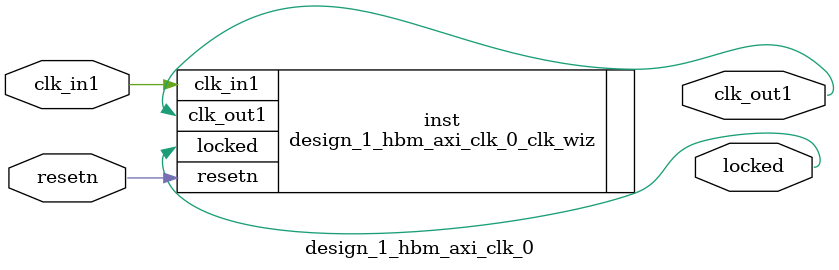
<source format=v>
`timescale 1 ns / 1 ps

(* CORE_GENERATION_INFO = "design_1_hbm_axi_clk_0,clk_wiz_v6_0_11_0_0,{component_name=design_1_hbm_axi_clk_0,use_phase_alignment=false,use_min_o_jitter=false,use_max_i_jitter=false,use_dyn_phase_shift=false,use_inclk_switchover=false,use_dyn_reconfig=false,enable_axi=0,feedback_source=FDBK_AUTO,PRIMITIVE=MMCM,num_out_clk=1,clkin1_period=4.000,clkin2_period=10.0,use_power_down=false,use_reset=true,use_locked=true,use_inclk_stopped=false,feedback_type=SINGLE,CLOCK_MGR_TYPE=NA,manual_override=false}" *)
module design_1_hbm_axi_clk_0
 (
  // Clock out ports
  output        clk_out1,
  // Status and control signals
  input         resetn,
  output        locked,
 // Clock in ports
  input         clk_in1
 );
  design_1_hbm_axi_clk_0_clk_wiz inst
  (
  // Clock out ports
  .clk_out1(clk_out1),
  // Status and control signals
  .resetn(resetn),
  .locked(locked),
 // Clock in ports
  .clk_in1(clk_in1)
  );
endmodule

</source>
